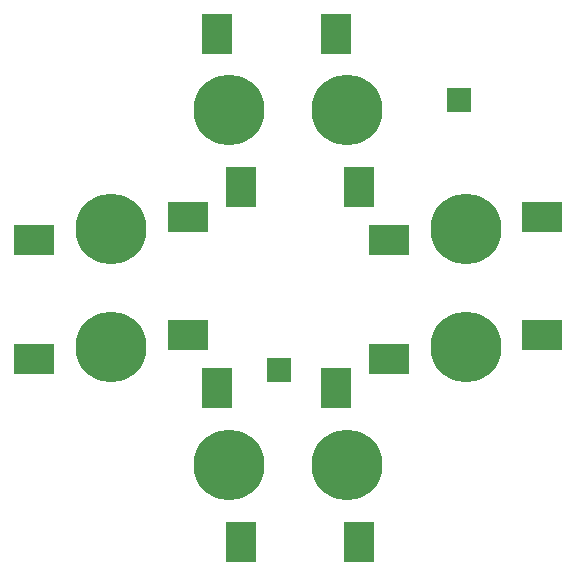
<source format=gts>
%TF.GenerationSoftware,KiCad,Pcbnew,(6.0.8)*%
%TF.CreationDate,2022-11-29T16:13:46+01:00*%
%TF.ProjectId,board,626f6172-642e-46b6-9963-61645f706362,rev?*%
%TF.SameCoordinates,Original*%
%TF.FileFunction,Soldermask,Top*%
%TF.FilePolarity,Negative*%
%FSLAX46Y46*%
G04 Gerber Fmt 4.6, Leading zero omitted, Abs format (unit mm)*
G04 Created by KiCad (PCBNEW (6.0.8)) date 2022-11-29 16:13:46*
%MOMM*%
%LPD*%
G01*
G04 APERTURE LIST*
%ADD10R,3.500000X2.500000*%
%ADD11C,6.000000*%
%ADD12R,2.000000X2.000000*%
%ADD13R,2.500000X3.500000*%
G04 APERTURE END LIST*
D10*
%TO.C,D4*%
X101500000Y-114000000D03*
D11*
X95000000Y-115000000D03*
D10*
X88500000Y-116000000D03*
%TD*%
D12*
%TO.C,J1*%
X124460000Y-104140000D03*
%TD*%
%TO.C,J2*%
X109220000Y-127000000D03*
%TD*%
D13*
%TO.C,D5*%
X116000000Y-111500000D03*
X114000000Y-98500000D03*
D11*
X115000000Y-105000000D03*
%TD*%
D13*
%TO.C,D2*%
X106000000Y-111500000D03*
D11*
X105000000Y-105000000D03*
D13*
X104000000Y-98500000D03*
%TD*%
D10*
%TO.C,D6*%
X118500000Y-126000000D03*
X131500000Y-124000000D03*
D11*
X125000000Y-125000000D03*
%TD*%
D13*
%TO.C,D3*%
X104000000Y-128500000D03*
D11*
X105000000Y-135000000D03*
D13*
X106000000Y-141500000D03*
%TD*%
D10*
%TO.C,D1*%
X101500000Y-124000000D03*
D11*
X95000000Y-125000000D03*
D10*
X88500000Y-126000000D03*
%TD*%
%TO.C,D7*%
X118500000Y-116000000D03*
X131500000Y-114000000D03*
D11*
X125000000Y-115000000D03*
%TD*%
D13*
%TO.C,D8*%
X114000000Y-128500000D03*
X116000000Y-141500000D03*
D11*
X115000000Y-135000000D03*
%TD*%
M02*

</source>
